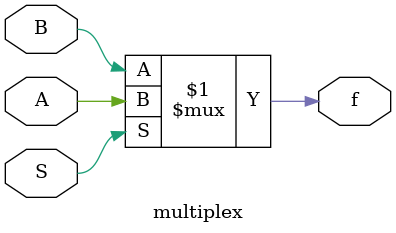
<source format=sv>
module multiplex (input logic A, input logic B, input logic S, output logic f);

	

	assign f = S? A:B;
	
	
	
	
	
endmodule

</source>
